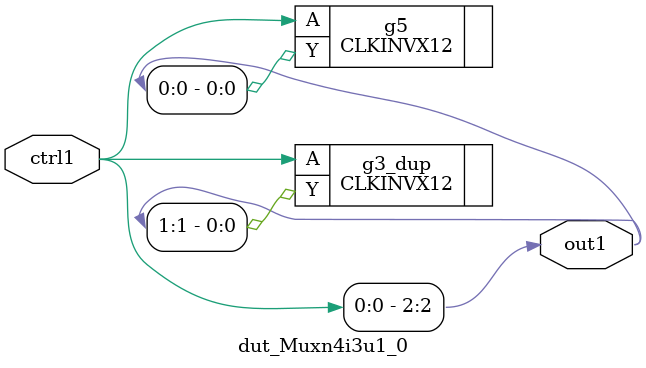
<source format=v>
`timescale 1ps / 1ps


module dut_Muxn4i3u1_0(ctrl1, out1);
  input ctrl1;
  output [2:0] out1;
  wire ctrl1;
  wire [2:0] out1;
  assign out1[2] = ctrl1;
  CLKINVX12 g5(.A (ctrl1), .Y (out1[0]));
  CLKINVX12 g3_dup(.A (ctrl1), .Y (out1[1]));
endmodule



</source>
